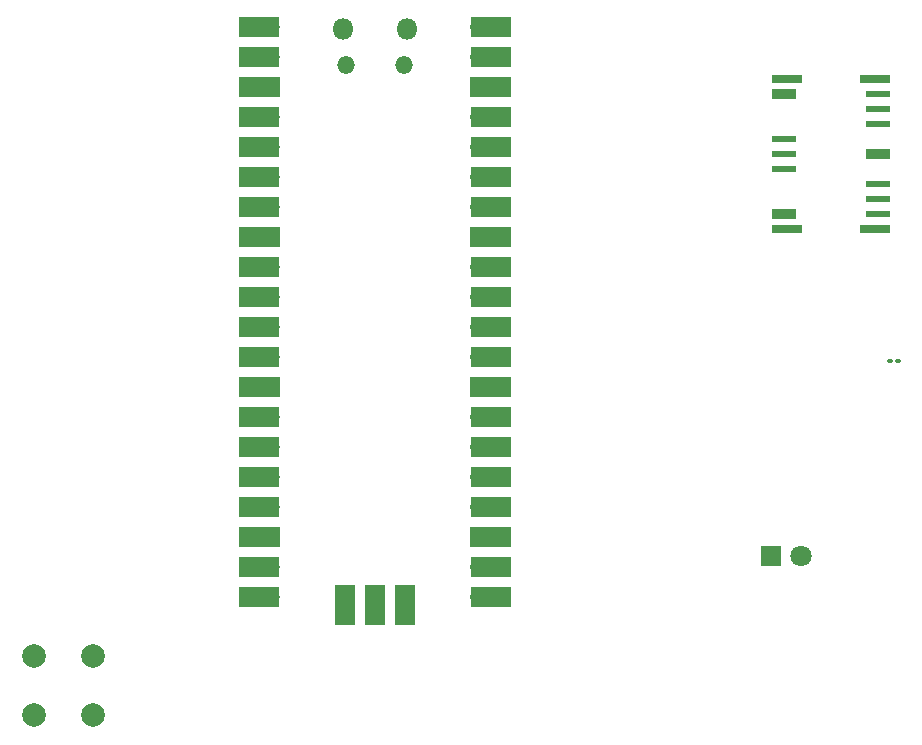
<source format=gbr>
%TF.GenerationSoftware,KiCad,Pcbnew,8.0.0*%
%TF.CreationDate,2024-03-31T15:48:46-03:00*%
%TF.ProjectId,schematic,73636865-6d61-4746-9963-2e6b69636164,rev?*%
%TF.SameCoordinates,Original*%
%TF.FileFunction,Soldermask,Top*%
%TF.FilePolarity,Negative*%
%FSLAX46Y46*%
G04 Gerber Fmt 4.6, Leading zero omitted, Abs format (unit mm)*
G04 Created by KiCad (PCBNEW 8.0.0) date 2024-03-31 15:48:46*
%MOMM*%
%LPD*%
G01*
G04 APERTURE LIST*
G04 Aperture macros list*
%AMRoundRect*
0 Rectangle with rounded corners*
0 $1 Rounding radius*
0 $2 $3 $4 $5 $6 $7 $8 $9 X,Y pos of 4 corners*
0 Add a 4 corners polygon primitive as box body*
4,1,4,$2,$3,$4,$5,$6,$7,$8,$9,$2,$3,0*
0 Add four circle primitives for the rounded corners*
1,1,$1+$1,$2,$3*
1,1,$1+$1,$4,$5*
1,1,$1+$1,$6,$7*
1,1,$1+$1,$8,$9*
0 Add four rect primitives between the rounded corners*
20,1,$1+$1,$2,$3,$4,$5,0*
20,1,$1+$1,$4,$5,$6,$7,0*
20,1,$1+$1,$6,$7,$8,$9,0*
20,1,$1+$1,$8,$9,$2,$3,0*%
G04 Aperture macros list end*
%ADD10O,1.800000X1.800000*%
%ADD11O,1.500000X1.500000*%
%ADD12O,1.700000X1.700000*%
%ADD13R,3.500000X1.700000*%
%ADD14R,1.700000X1.700000*%
%ADD15R,1.700000X3.500000*%
%ADD16C,2.000000*%
%ADD17RoundRect,0.100000X-0.130000X-0.100000X0.130000X-0.100000X0.130000X0.100000X-0.130000X0.100000X0*%
%ADD18R,2.500000X0.700000*%
%ADD19R,2.000000X0.900000*%
%ADD20R,2.000000X0.600000*%
%ADD21R,2.000000X0.500000*%
%ADD22R,1.800000X1.800000*%
%ADD23C,1.800000*%
G04 APERTURE END LIST*
D10*
%TO.C,U1*%
X81165000Y-70870000D03*
D11*
X81465000Y-73900000D03*
X86315000Y-73900000D03*
D10*
X86615000Y-70870000D03*
D12*
X75000000Y-70740000D03*
D13*
X74100000Y-70740000D03*
D12*
X75000000Y-73280000D03*
D13*
X74100000Y-73280000D03*
D14*
X75000000Y-75820000D03*
D13*
X74100000Y-75820000D03*
D12*
X75000000Y-78360000D03*
D13*
X74100000Y-78360000D03*
D12*
X75000000Y-80900000D03*
D13*
X74100000Y-80900000D03*
D12*
X75000000Y-83440000D03*
D13*
X74100000Y-83440000D03*
D12*
X75000000Y-85980000D03*
D13*
X74100000Y-85980000D03*
D14*
X75000000Y-88520000D03*
D13*
X74100000Y-88520000D03*
D12*
X75000000Y-91060000D03*
D13*
X74100000Y-91060000D03*
D12*
X75000000Y-93600000D03*
D13*
X74100000Y-93600000D03*
D12*
X75000000Y-96140000D03*
D13*
X74100000Y-96140000D03*
D12*
X75000000Y-98680000D03*
D13*
X74100000Y-98680000D03*
D14*
X75000000Y-101220000D03*
D13*
X74100000Y-101220000D03*
D12*
X75000000Y-103760000D03*
D13*
X74100000Y-103760000D03*
D12*
X75000000Y-106300000D03*
D13*
X74100000Y-106300000D03*
D12*
X75000000Y-108840000D03*
D13*
X74100000Y-108840000D03*
D12*
X75000000Y-111380000D03*
D13*
X74100000Y-111380000D03*
D14*
X75000000Y-113920000D03*
D13*
X74100000Y-113920000D03*
D12*
X75000000Y-116460000D03*
D13*
X74100000Y-116460000D03*
D12*
X75000000Y-119000000D03*
D13*
X74100000Y-119000000D03*
D12*
X92780000Y-119000000D03*
D13*
X93680000Y-119000000D03*
D12*
X92780000Y-116460000D03*
D13*
X93680000Y-116460000D03*
D14*
X92780000Y-113920000D03*
D13*
X93680000Y-113920000D03*
D12*
X92780000Y-111380000D03*
D13*
X93680000Y-111380000D03*
D12*
X92780000Y-108840000D03*
D13*
X93680000Y-108840000D03*
D12*
X92780000Y-106300000D03*
D13*
X93680000Y-106300000D03*
D12*
X92780000Y-103760000D03*
D13*
X93680000Y-103760000D03*
D14*
X92780000Y-101220000D03*
D13*
X93680000Y-101220000D03*
D12*
X92780000Y-98680000D03*
D13*
X93680000Y-98680000D03*
D12*
X92780000Y-96140000D03*
D13*
X93680000Y-96140000D03*
D12*
X92780000Y-93600000D03*
D13*
X93680000Y-93600000D03*
D12*
X92780000Y-91060000D03*
D13*
X93680000Y-91060000D03*
D14*
X92780000Y-88520000D03*
D13*
X93680000Y-88520000D03*
D12*
X92780000Y-85980000D03*
D13*
X93680000Y-85980000D03*
D12*
X92780000Y-83440000D03*
D13*
X93680000Y-83440000D03*
D12*
X92780000Y-80900000D03*
D13*
X93680000Y-80900000D03*
D12*
X92780000Y-78360000D03*
D13*
X93680000Y-78360000D03*
D14*
X92780000Y-75820000D03*
D13*
X93680000Y-75820000D03*
D12*
X92780000Y-73280000D03*
D13*
X93680000Y-73280000D03*
D12*
X92780000Y-70740000D03*
D13*
X93680000Y-70740000D03*
D12*
X81350000Y-118770000D03*
D15*
X81350000Y-119670000D03*
D14*
X83890000Y-118770000D03*
D15*
X83890000Y-119670000D03*
D12*
X86430000Y-118770000D03*
D15*
X86430000Y-119670000D03*
%TD*%
D16*
%TO.C,SW1*%
X55000000Y-124000000D03*
X60000000Y-124000000D03*
X55000000Y-129000000D03*
X60000000Y-129000000D03*
%TD*%
D17*
%TO.C,R1*%
X127500000Y-99000000D03*
X128140000Y-99000000D03*
%TD*%
D18*
%TO.C,K1*%
X118750000Y-75150000D03*
D19*
X118500000Y-76420000D03*
D20*
X118500000Y-80230000D03*
D21*
X118500000Y-81500000D03*
D20*
X118500000Y-82770000D03*
D19*
X118500000Y-86580000D03*
D18*
X118750000Y-87850000D03*
X126250000Y-87850000D03*
D20*
X126500000Y-86580000D03*
D21*
X126500000Y-85310000D03*
D20*
X126500000Y-84040000D03*
D19*
X126500000Y-81500000D03*
D20*
X126500000Y-78960000D03*
D21*
X126500000Y-77690000D03*
D20*
X126500000Y-76420000D03*
D18*
X126250000Y-75150000D03*
%TD*%
D22*
%TO.C,D1*%
X117460000Y-115500000D03*
D23*
X120000000Y-115500000D03*
%TD*%
M02*

</source>
